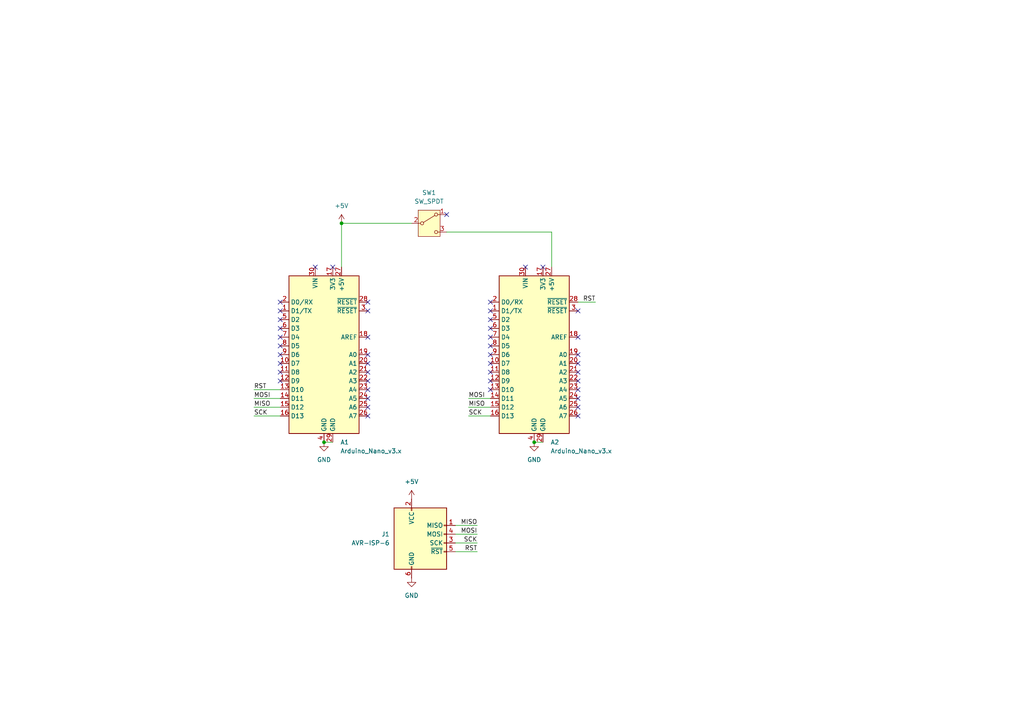
<source format=kicad_sch>
(kicad_sch
	(version 20231120)
	(generator "eeschema")
	(generator_version "8.0")
	(uuid "d1d5346c-2418-47b6-a69b-a0376c4e5ced")
	(paper "A4")
	(lib_symbols
		(symbol "Connector:AVR-ISP-6"
			(pin_names
				(offset 1.016)
			)
			(exclude_from_sim no)
			(in_bom yes)
			(on_board yes)
			(property "Reference" "J"
				(at -6.35 11.43 0)
				(effects
					(font
						(size 1.27 1.27)
					)
					(justify left)
				)
			)
			(property "Value" "AVR-ISP-6"
				(at 0 11.43 0)
				(effects
					(font
						(size 1.27 1.27)
					)
					(justify left)
				)
			)
			(property "Footprint" ""
				(at -6.35 1.27 90)
				(effects
					(font
						(size 1.27 1.27)
					)
					(hide yes)
				)
			)
			(property "Datasheet" " ~"
				(at -32.385 -13.97 0)
				(effects
					(font
						(size 1.27 1.27)
					)
					(hide yes)
				)
			)
			(property "Description" "Atmel 6-pin ISP connector"
				(at 0 0 0)
				(effects
					(font
						(size 1.27 1.27)
					)
					(hide yes)
				)
			)
			(property "ki_keywords" "AVR ISP Connector"
				(at 0 0 0)
				(effects
					(font
						(size 1.27 1.27)
					)
					(hide yes)
				)
			)
			(property "ki_fp_filters" "IDC?Header*2x03* Pin?Header*2x03*"
				(at 0 0 0)
				(effects
					(font
						(size 1.27 1.27)
					)
					(hide yes)
				)
			)
			(symbol "AVR-ISP-6_0_1"
				(rectangle
					(start -2.667 -6.858)
					(end -2.413 -7.62)
					(stroke
						(width 0)
						(type default)
					)
					(fill
						(type none)
					)
				)
				(rectangle
					(start -2.667 10.16)
					(end -2.413 9.398)
					(stroke
						(width 0)
						(type default)
					)
					(fill
						(type none)
					)
				)
				(rectangle
					(start 7.62 -2.413)
					(end 6.858 -2.667)
					(stroke
						(width 0)
						(type default)
					)
					(fill
						(type none)
					)
				)
				(rectangle
					(start 7.62 0.127)
					(end 6.858 -0.127)
					(stroke
						(width 0)
						(type default)
					)
					(fill
						(type none)
					)
				)
				(rectangle
					(start 7.62 2.667)
					(end 6.858 2.413)
					(stroke
						(width 0)
						(type default)
					)
					(fill
						(type none)
					)
				)
				(rectangle
					(start 7.62 5.207)
					(end 6.858 4.953)
					(stroke
						(width 0)
						(type default)
					)
					(fill
						(type none)
					)
				)
				(rectangle
					(start 7.62 10.16)
					(end -7.62 -7.62)
					(stroke
						(width 0.254)
						(type default)
					)
					(fill
						(type background)
					)
				)
			)
			(symbol "AVR-ISP-6_1_1"
				(pin passive line
					(at 10.16 5.08 180)
					(length 2.54)
					(name "MISO"
						(effects
							(font
								(size 1.27 1.27)
							)
						)
					)
					(number "1"
						(effects
							(font
								(size 1.27 1.27)
							)
						)
					)
				)
				(pin passive line
					(at -2.54 12.7 270)
					(length 2.54)
					(name "VCC"
						(effects
							(font
								(size 1.27 1.27)
							)
						)
					)
					(number "2"
						(effects
							(font
								(size 1.27 1.27)
							)
						)
					)
				)
				(pin passive line
					(at 10.16 0 180)
					(length 2.54)
					(name "SCK"
						(effects
							(font
								(size 1.27 1.27)
							)
						)
					)
					(number "3"
						(effects
							(font
								(size 1.27 1.27)
							)
						)
					)
				)
				(pin passive line
					(at 10.16 2.54 180)
					(length 2.54)
					(name "MOSI"
						(effects
							(font
								(size 1.27 1.27)
							)
						)
					)
					(number "4"
						(effects
							(font
								(size 1.27 1.27)
							)
						)
					)
				)
				(pin passive line
					(at 10.16 -2.54 180)
					(length 2.54)
					(name "~{RST}"
						(effects
							(font
								(size 1.27 1.27)
							)
						)
					)
					(number "5"
						(effects
							(font
								(size 1.27 1.27)
							)
						)
					)
				)
				(pin passive line
					(at -2.54 -10.16 90)
					(length 2.54)
					(name "GND"
						(effects
							(font
								(size 1.27 1.27)
							)
						)
					)
					(number "6"
						(effects
							(font
								(size 1.27 1.27)
							)
						)
					)
				)
			)
		)
		(symbol "MCU_Module:Arduino_Nano_v3.x"
			(exclude_from_sim no)
			(in_bom yes)
			(on_board yes)
			(property "Reference" "A"
				(at -10.16 23.495 0)
				(effects
					(font
						(size 1.27 1.27)
					)
					(justify left bottom)
				)
			)
			(property "Value" "Arduino_Nano_v3.x"
				(at 5.08 -24.13 0)
				(effects
					(font
						(size 1.27 1.27)
					)
					(justify left top)
				)
			)
			(property "Footprint" "Module:Arduino_Nano"
				(at 0 0 0)
				(effects
					(font
						(size 1.27 1.27)
						(italic yes)
					)
					(hide yes)
				)
			)
			(property "Datasheet" "http://www.mouser.com/pdfdocs/Gravitech_Arduino_Nano3_0.pdf"
				(at 0 0 0)
				(effects
					(font
						(size 1.27 1.27)
					)
					(hide yes)
				)
			)
			(property "Description" "Arduino Nano v3.x"
				(at 0 0 0)
				(effects
					(font
						(size 1.27 1.27)
					)
					(hide yes)
				)
			)
			(property "ki_keywords" "Arduino nano microcontroller module USB"
				(at 0 0 0)
				(effects
					(font
						(size 1.27 1.27)
					)
					(hide yes)
				)
			)
			(property "ki_fp_filters" "Arduino*Nano*"
				(at 0 0 0)
				(effects
					(font
						(size 1.27 1.27)
					)
					(hide yes)
				)
			)
			(symbol "Arduino_Nano_v3.x_0_1"
				(rectangle
					(start -10.16 22.86)
					(end 10.16 -22.86)
					(stroke
						(width 0.254)
						(type default)
					)
					(fill
						(type background)
					)
				)
			)
			(symbol "Arduino_Nano_v3.x_1_1"
				(pin bidirectional line
					(at -12.7 12.7 0)
					(length 2.54)
					(name "D1/TX"
						(effects
							(font
								(size 1.27 1.27)
							)
						)
					)
					(number "1"
						(effects
							(font
								(size 1.27 1.27)
							)
						)
					)
				)
				(pin bidirectional line
					(at -12.7 -2.54 0)
					(length 2.54)
					(name "D7"
						(effects
							(font
								(size 1.27 1.27)
							)
						)
					)
					(number "10"
						(effects
							(font
								(size 1.27 1.27)
							)
						)
					)
				)
				(pin bidirectional line
					(at -12.7 -5.08 0)
					(length 2.54)
					(name "D8"
						(effects
							(font
								(size 1.27 1.27)
							)
						)
					)
					(number "11"
						(effects
							(font
								(size 1.27 1.27)
							)
						)
					)
				)
				(pin bidirectional line
					(at -12.7 -7.62 0)
					(length 2.54)
					(name "D9"
						(effects
							(font
								(size 1.27 1.27)
							)
						)
					)
					(number "12"
						(effects
							(font
								(size 1.27 1.27)
							)
						)
					)
				)
				(pin bidirectional line
					(at -12.7 -10.16 0)
					(length 2.54)
					(name "D10"
						(effects
							(font
								(size 1.27 1.27)
							)
						)
					)
					(number "13"
						(effects
							(font
								(size 1.27 1.27)
							)
						)
					)
				)
				(pin bidirectional line
					(at -12.7 -12.7 0)
					(length 2.54)
					(name "D11"
						(effects
							(font
								(size 1.27 1.27)
							)
						)
					)
					(number "14"
						(effects
							(font
								(size 1.27 1.27)
							)
						)
					)
				)
				(pin bidirectional line
					(at -12.7 -15.24 0)
					(length 2.54)
					(name "D12"
						(effects
							(font
								(size 1.27 1.27)
							)
						)
					)
					(number "15"
						(effects
							(font
								(size 1.27 1.27)
							)
						)
					)
				)
				(pin bidirectional line
					(at -12.7 -17.78 0)
					(length 2.54)
					(name "D13"
						(effects
							(font
								(size 1.27 1.27)
							)
						)
					)
					(number "16"
						(effects
							(font
								(size 1.27 1.27)
							)
						)
					)
				)
				(pin power_out line
					(at 2.54 25.4 270)
					(length 2.54)
					(name "3V3"
						(effects
							(font
								(size 1.27 1.27)
							)
						)
					)
					(number "17"
						(effects
							(font
								(size 1.27 1.27)
							)
						)
					)
				)
				(pin input line
					(at 12.7 5.08 180)
					(length 2.54)
					(name "AREF"
						(effects
							(font
								(size 1.27 1.27)
							)
						)
					)
					(number "18"
						(effects
							(font
								(size 1.27 1.27)
							)
						)
					)
				)
				(pin bidirectional line
					(at 12.7 0 180)
					(length 2.54)
					(name "A0"
						(effects
							(font
								(size 1.27 1.27)
							)
						)
					)
					(number "19"
						(effects
							(font
								(size 1.27 1.27)
							)
						)
					)
				)
				(pin bidirectional line
					(at -12.7 15.24 0)
					(length 2.54)
					(name "D0/RX"
						(effects
							(font
								(size 1.27 1.27)
							)
						)
					)
					(number "2"
						(effects
							(font
								(size 1.27 1.27)
							)
						)
					)
				)
				(pin bidirectional line
					(at 12.7 -2.54 180)
					(length 2.54)
					(name "A1"
						(effects
							(font
								(size 1.27 1.27)
							)
						)
					)
					(number "20"
						(effects
							(font
								(size 1.27 1.27)
							)
						)
					)
				)
				(pin bidirectional line
					(at 12.7 -5.08 180)
					(length 2.54)
					(name "A2"
						(effects
							(font
								(size 1.27 1.27)
							)
						)
					)
					(number "21"
						(effects
							(font
								(size 1.27 1.27)
							)
						)
					)
				)
				(pin bidirectional line
					(at 12.7 -7.62 180)
					(length 2.54)
					(name "A3"
						(effects
							(font
								(size 1.27 1.27)
							)
						)
					)
					(number "22"
						(effects
							(font
								(size 1.27 1.27)
							)
						)
					)
				)
				(pin bidirectional line
					(at 12.7 -10.16 180)
					(length 2.54)
					(name "A4"
						(effects
							(font
								(size 1.27 1.27)
							)
						)
					)
					(number "23"
						(effects
							(font
								(size 1.27 1.27)
							)
						)
					)
				)
				(pin bidirectional line
					(at 12.7 -12.7 180)
					(length 2.54)
					(name "A5"
						(effects
							(font
								(size 1.27 1.27)
							)
						)
					)
					(number "24"
						(effects
							(font
								(size 1.27 1.27)
							)
						)
					)
				)
				(pin bidirectional line
					(at 12.7 -15.24 180)
					(length 2.54)
					(name "A6"
						(effects
							(font
								(size 1.27 1.27)
							)
						)
					)
					(number "25"
						(effects
							(font
								(size 1.27 1.27)
							)
						)
					)
				)
				(pin bidirectional line
					(at 12.7 -17.78 180)
					(length 2.54)
					(name "A7"
						(effects
							(font
								(size 1.27 1.27)
							)
						)
					)
					(number "26"
						(effects
							(font
								(size 1.27 1.27)
							)
						)
					)
				)
				(pin power_out line
					(at 5.08 25.4 270)
					(length 2.54)
					(name "+5V"
						(effects
							(font
								(size 1.27 1.27)
							)
						)
					)
					(number "27"
						(effects
							(font
								(size 1.27 1.27)
							)
						)
					)
				)
				(pin input line
					(at 12.7 15.24 180)
					(length 2.54)
					(name "~{RESET}"
						(effects
							(font
								(size 1.27 1.27)
							)
						)
					)
					(number "28"
						(effects
							(font
								(size 1.27 1.27)
							)
						)
					)
				)
				(pin power_in line
					(at 2.54 -25.4 90)
					(length 2.54)
					(name "GND"
						(effects
							(font
								(size 1.27 1.27)
							)
						)
					)
					(number "29"
						(effects
							(font
								(size 1.27 1.27)
							)
						)
					)
				)
				(pin input line
					(at 12.7 12.7 180)
					(length 2.54)
					(name "~{RESET}"
						(effects
							(font
								(size 1.27 1.27)
							)
						)
					)
					(number "3"
						(effects
							(font
								(size 1.27 1.27)
							)
						)
					)
				)
				(pin power_in line
					(at -2.54 25.4 270)
					(length 2.54)
					(name "VIN"
						(effects
							(font
								(size 1.27 1.27)
							)
						)
					)
					(number "30"
						(effects
							(font
								(size 1.27 1.27)
							)
						)
					)
				)
				(pin power_in line
					(at 0 -25.4 90)
					(length 2.54)
					(name "GND"
						(effects
							(font
								(size 1.27 1.27)
							)
						)
					)
					(number "4"
						(effects
							(font
								(size 1.27 1.27)
							)
						)
					)
				)
				(pin bidirectional line
					(at -12.7 10.16 0)
					(length 2.54)
					(name "D2"
						(effects
							(font
								(size 1.27 1.27)
							)
						)
					)
					(number "5"
						(effects
							(font
								(size 1.27 1.27)
							)
						)
					)
				)
				(pin bidirectional line
					(at -12.7 7.62 0)
					(length 2.54)
					(name "D3"
						(effects
							(font
								(size 1.27 1.27)
							)
						)
					)
					(number "6"
						(effects
							(font
								(size 1.27 1.27)
							)
						)
					)
				)
				(pin bidirectional line
					(at -12.7 5.08 0)
					(length 2.54)
					(name "D4"
						(effects
							(font
								(size 1.27 1.27)
							)
						)
					)
					(number "7"
						(effects
							(font
								(size 1.27 1.27)
							)
						)
					)
				)
				(pin bidirectional line
					(at -12.7 2.54 0)
					(length 2.54)
					(name "D5"
						(effects
							(font
								(size 1.27 1.27)
							)
						)
					)
					(number "8"
						(effects
							(font
								(size 1.27 1.27)
							)
						)
					)
				)
				(pin bidirectional line
					(at -12.7 0 0)
					(length 2.54)
					(name "D6"
						(effects
							(font
								(size 1.27 1.27)
							)
						)
					)
					(number "9"
						(effects
							(font
								(size 1.27 1.27)
							)
						)
					)
				)
			)
		)
		(symbol "Switch:SW_SPDT"
			(pin_names
				(offset 0) hide)
			(exclude_from_sim no)
			(in_bom yes)
			(on_board yes)
			(property "Reference" "SW"
				(at 0 5.08 0)
				(effects
					(font
						(size 1.27 1.27)
					)
				)
			)
			(property "Value" "SW_SPDT"
				(at 0 -5.08 0)
				(effects
					(font
						(size 1.27 1.27)
					)
				)
			)
			(property "Footprint" ""
				(at 0 0 0)
				(effects
					(font
						(size 1.27 1.27)
					)
					(hide yes)
				)
			)
			(property "Datasheet" "~"
				(at 0 -7.62 0)
				(effects
					(font
						(size 1.27 1.27)
					)
					(hide yes)
				)
			)
			(property "Description" "Switch, single pole double throw"
				(at 0 0 0)
				(effects
					(font
						(size 1.27 1.27)
					)
					(hide yes)
				)
			)
			(property "ki_keywords" "switch single-pole double-throw spdt ON-ON"
				(at 0 0 0)
				(effects
					(font
						(size 1.27 1.27)
					)
					(hide yes)
				)
			)
			(symbol "SW_SPDT_0_1"
				(circle
					(center -2.032 0)
					(radius 0.4572)
					(stroke
						(width 0)
						(type default)
					)
					(fill
						(type none)
					)
				)
				(polyline
					(pts
						(xy -1.651 0.254) (xy 1.651 2.286)
					)
					(stroke
						(width 0)
						(type default)
					)
					(fill
						(type none)
					)
				)
				(circle
					(center 2.032 -2.54)
					(radius 0.4572)
					(stroke
						(width 0)
						(type default)
					)
					(fill
						(type none)
					)
				)
				(circle
					(center 2.032 2.54)
					(radius 0.4572)
					(stroke
						(width 0)
						(type default)
					)
					(fill
						(type none)
					)
				)
			)
			(symbol "SW_SPDT_1_1"
				(rectangle
					(start -3.175 3.81)
					(end 3.175 -3.81)
					(stroke
						(width 0)
						(type default)
					)
					(fill
						(type background)
					)
				)
				(pin passive line
					(at 5.08 2.54 180)
					(length 2.54)
					(name "A"
						(effects
							(font
								(size 1.27 1.27)
							)
						)
					)
					(number "1"
						(effects
							(font
								(size 1.27 1.27)
							)
						)
					)
				)
				(pin passive line
					(at -5.08 0 0)
					(length 2.54)
					(name "B"
						(effects
							(font
								(size 1.27 1.27)
							)
						)
					)
					(number "2"
						(effects
							(font
								(size 1.27 1.27)
							)
						)
					)
				)
				(pin passive line
					(at 5.08 -2.54 180)
					(length 2.54)
					(name "C"
						(effects
							(font
								(size 1.27 1.27)
							)
						)
					)
					(number "3"
						(effects
							(font
								(size 1.27 1.27)
							)
						)
					)
				)
			)
		)
		(symbol "power:+5V"
			(power)
			(pin_numbers hide)
			(pin_names
				(offset 0) hide)
			(exclude_from_sim no)
			(in_bom yes)
			(on_board yes)
			(property "Reference" "#PWR"
				(at 0 -3.81 0)
				(effects
					(font
						(size 1.27 1.27)
					)
					(hide yes)
				)
			)
			(property "Value" "+5V"
				(at 0 3.556 0)
				(effects
					(font
						(size 1.27 1.27)
					)
				)
			)
			(property "Footprint" ""
				(at 0 0 0)
				(effects
					(font
						(size 1.27 1.27)
					)
					(hide yes)
				)
			)
			(property "Datasheet" ""
				(at 0 0 0)
				(effects
					(font
						(size 1.27 1.27)
					)
					(hide yes)
				)
			)
			(property "Description" "Power symbol creates a global label with name \"+5V\""
				(at 0 0 0)
				(effects
					(font
						(size 1.27 1.27)
					)
					(hide yes)
				)
			)
			(property "ki_keywords" "global power"
				(at 0 0 0)
				(effects
					(font
						(size 1.27 1.27)
					)
					(hide yes)
				)
			)
			(symbol "+5V_0_1"
				(polyline
					(pts
						(xy -0.762 1.27) (xy 0 2.54)
					)
					(stroke
						(width 0)
						(type default)
					)
					(fill
						(type none)
					)
				)
				(polyline
					(pts
						(xy 0 0) (xy 0 2.54)
					)
					(stroke
						(width 0)
						(type default)
					)
					(fill
						(type none)
					)
				)
				(polyline
					(pts
						(xy 0 2.54) (xy 0.762 1.27)
					)
					(stroke
						(width 0)
						(type default)
					)
					(fill
						(type none)
					)
				)
			)
			(symbol "+5V_1_1"
				(pin power_in line
					(at 0 0 90)
					(length 0)
					(name "~"
						(effects
							(font
								(size 1.27 1.27)
							)
						)
					)
					(number "1"
						(effects
							(font
								(size 1.27 1.27)
							)
						)
					)
				)
			)
		)
		(symbol "power:GND"
			(power)
			(pin_numbers hide)
			(pin_names
				(offset 0) hide)
			(exclude_from_sim no)
			(in_bom yes)
			(on_board yes)
			(property "Reference" "#PWR"
				(at 0 -6.35 0)
				(effects
					(font
						(size 1.27 1.27)
					)
					(hide yes)
				)
			)
			(property "Value" "GND"
				(at 0 -3.81 0)
				(effects
					(font
						(size 1.27 1.27)
					)
				)
			)
			(property "Footprint" ""
				(at 0 0 0)
				(effects
					(font
						(size 1.27 1.27)
					)
					(hide yes)
				)
			)
			(property "Datasheet" ""
				(at 0 0 0)
				(effects
					(font
						(size 1.27 1.27)
					)
					(hide yes)
				)
			)
			(property "Description" "Power symbol creates a global label with name \"GND\" , ground"
				(at 0 0 0)
				(effects
					(font
						(size 1.27 1.27)
					)
					(hide yes)
				)
			)
			(property "ki_keywords" "global power"
				(at 0 0 0)
				(effects
					(font
						(size 1.27 1.27)
					)
					(hide yes)
				)
			)
			(symbol "GND_0_1"
				(polyline
					(pts
						(xy 0 0) (xy 0 -1.27) (xy 1.27 -1.27) (xy 0 -2.54) (xy -1.27 -1.27) (xy 0 -1.27)
					)
					(stroke
						(width 0)
						(type default)
					)
					(fill
						(type none)
					)
				)
			)
			(symbol "GND_1_1"
				(pin power_in line
					(at 0 0 270)
					(length 0)
					(name "~"
						(effects
							(font
								(size 1.27 1.27)
							)
						)
					)
					(number "1"
						(effects
							(font
								(size 1.27 1.27)
							)
						)
					)
				)
			)
		)
	)
	(junction
		(at 154.94 128.27)
		(diameter 0)
		(color 0 0 0 0)
		(uuid "7bf09eb9-bea6-4609-8cac-84f463b4bc72")
	)
	(junction
		(at 93.98 128.27)
		(diameter 0)
		(color 0 0 0 0)
		(uuid "b17e7b59-e52f-4c1f-8a07-672ee12ff610")
	)
	(junction
		(at 99.06 64.77)
		(diameter 0)
		(color 0 0 0 0)
		(uuid "d55bc20f-b5da-460a-99f6-2b7e08d749bf")
	)
	(no_connect
		(at 81.28 105.41)
		(uuid "0114bb4b-aeba-40f9-addb-e6e4ab290830")
	)
	(no_connect
		(at 142.24 113.03)
		(uuid "0291adcc-53bb-429e-b734-976b3956a1d4")
	)
	(no_connect
		(at 129.54 62.23)
		(uuid "07d52a26-eb74-437e-8457-3b04b63322ae")
	)
	(no_connect
		(at 167.64 107.95)
		(uuid "0bd03bdf-b619-44fa-ada3-9387e764bdb9")
	)
	(no_connect
		(at 106.68 115.57)
		(uuid "0cf098fb-431f-49e5-9a5e-9d50db29292b")
	)
	(no_connect
		(at 167.64 113.03)
		(uuid "169d239b-f314-41af-8924-a8f9c3b0f505")
	)
	(no_connect
		(at 167.64 102.87)
		(uuid "242cf25e-ea78-4364-94e2-740bdcd62b1a")
	)
	(no_connect
		(at 167.64 120.65)
		(uuid "276a1eba-37d5-4d1c-b3bb-b15bcb71b811")
	)
	(no_connect
		(at 142.24 100.33)
		(uuid "2ac4c18e-5cca-4e52-ae6b-756345ed02db")
	)
	(no_connect
		(at 142.24 102.87)
		(uuid "3a157d84-0ada-4771-b5ef-a2748840389e")
	)
	(no_connect
		(at 106.68 102.87)
		(uuid "49499824-c138-4f04-a904-c780bf1043e5")
	)
	(no_connect
		(at 106.68 90.17)
		(uuid "50d92f02-e055-4ec6-b3f0-068d535f1e7b")
	)
	(no_connect
		(at 152.4 77.47)
		(uuid "51b30fc5-6ebf-43bd-ae62-07ee75013a28")
	)
	(no_connect
		(at 81.28 102.87)
		(uuid "5bbea137-785e-4a23-b4e6-2c95d79ddb21")
	)
	(no_connect
		(at 91.44 77.47)
		(uuid "64decc03-cc91-4616-972c-f71d845b4433")
	)
	(no_connect
		(at 142.24 107.95)
		(uuid "6ddd1241-6f96-4471-b7ef-3e70499fe54c")
	)
	(no_connect
		(at 167.64 115.57)
		(uuid "6ee473c7-24e9-4af0-9112-34710726a97d")
	)
	(no_connect
		(at 142.24 90.17)
		(uuid "6f1b8a7d-229c-4f0f-b610-0c32de527abd")
	)
	(no_connect
		(at 167.64 97.79)
		(uuid "7464ccb8-1fdb-4909-8193-7773c18729b7")
	)
	(no_connect
		(at 81.28 90.17)
		(uuid "74d339d4-c7c6-41c5-926a-02ac6c0cf168")
	)
	(no_connect
		(at 142.24 105.41)
		(uuid "7a597e9f-ae4d-414b-b269-9487c99847eb")
	)
	(no_connect
		(at 106.68 118.11)
		(uuid "9c51ef6b-2bd5-4315-89ba-1fc4af09212c")
	)
	(no_connect
		(at 81.28 95.25)
		(uuid "9d939497-8616-47d3-9877-59254df28081")
	)
	(no_connect
		(at 142.24 92.71)
		(uuid "a125404b-6131-4b57-bc49-82aa7a6e5f28")
	)
	(no_connect
		(at 167.64 118.11)
		(uuid "ae0c69f3-506b-4333-bcab-29d3b2547402")
	)
	(no_connect
		(at 106.68 97.79)
		(uuid "b47e304e-51a5-429a-bb6b-7c9a4dc4c21c")
	)
	(no_connect
		(at 81.28 97.79)
		(uuid "b6d1eaef-d0fd-4fe8-9681-8cebbdaaa480")
	)
	(no_connect
		(at 81.28 92.71)
		(uuid "b8524662-29a1-4a8f-af8d-b08e3e2d4036")
	)
	(no_connect
		(at 167.64 105.41)
		(uuid "bcd44a66-9e2b-4d32-b86d-09f3a0e2114e")
	)
	(no_connect
		(at 167.64 110.49)
		(uuid "c0cfb28a-e570-440f-b1d5-7cd0374d6c07")
	)
	(no_connect
		(at 142.24 110.49)
		(uuid "c15b2044-fde8-443d-b0b0-e78c5f8f6449")
	)
	(no_connect
		(at 106.68 105.41)
		(uuid "c23e7e6f-c306-4a6d-964d-8205d913aab4")
	)
	(no_connect
		(at 81.28 100.33)
		(uuid "c36f0e92-0d61-4a90-8e46-9c7227adde2f")
	)
	(no_connect
		(at 142.24 97.79)
		(uuid "cd5a2f02-84fc-43a8-9427-2ee87066b00b")
	)
	(no_connect
		(at 106.68 120.65)
		(uuid "cd759235-7f05-48f2-a531-9e51ed9c2485")
	)
	(no_connect
		(at 81.28 107.95)
		(uuid "ce82ef77-3133-4ef7-842c-b0bd3304e059")
	)
	(no_connect
		(at 81.28 87.63)
		(uuid "cfbb5263-22af-4857-9c0f-f4b0ce7329c8")
	)
	(no_connect
		(at 142.24 95.25)
		(uuid "cfc1cd3e-6937-433d-8534-8291f6cf1d4d")
	)
	(no_connect
		(at 106.68 107.95)
		(uuid "d0e01ab2-1333-433f-8764-4973bc845364")
	)
	(no_connect
		(at 96.52 77.47)
		(uuid "d7d96729-9d7d-4257-bd64-7c940dc2b04b")
	)
	(no_connect
		(at 106.68 113.03)
		(uuid "ddaa4884-e364-4547-a9fb-d5ea24f256e1")
	)
	(no_connect
		(at 106.68 87.63)
		(uuid "deb8ad28-1147-4a64-a0fe-48ca37550994")
	)
	(no_connect
		(at 167.64 90.17)
		(uuid "ee1705c9-a9e0-4123-91cb-48db794f0492")
	)
	(no_connect
		(at 157.48 77.47)
		(uuid "ee24f11e-e5f1-421b-967b-dc1e355e9368")
	)
	(no_connect
		(at 106.68 110.49)
		(uuid "f0460ebf-7e2d-45df-b6b5-1627acde04e1")
	)
	(no_connect
		(at 81.28 110.49)
		(uuid "f3880760-5b30-4626-b4d6-b25ab6a73130")
	)
	(no_connect
		(at 142.24 87.63)
		(uuid "f74e15be-093b-4f08-9d7d-2ee7d7126b48")
	)
	(wire
		(pts
			(xy 129.54 67.31) (xy 160.02 67.31)
		)
		(stroke
			(width 0)
			(type default)
		)
		(uuid "14a85d3d-ab0f-49ac-8033-644fafb9803d")
	)
	(wire
		(pts
			(xy 132.08 152.4) (xy 138.43 152.4)
		)
		(stroke
			(width 0)
			(type default)
		)
		(uuid "2a5024ac-550d-4733-8c25-53c012b091d7")
	)
	(wire
		(pts
			(xy 99.06 77.47) (xy 99.06 64.77)
		)
		(stroke
			(width 0)
			(type default)
		)
		(uuid "35761bbd-5eb8-45a0-909f-867573d28791")
	)
	(wire
		(pts
			(xy 93.98 128.27) (xy 96.52 128.27)
		)
		(stroke
			(width 0)
			(type default)
		)
		(uuid "51408d5c-f30f-4371-bb39-3a13bb98dcc8")
	)
	(wire
		(pts
			(xy 135.89 120.65) (xy 142.24 120.65)
		)
		(stroke
			(width 0)
			(type default)
		)
		(uuid "56d4ce00-b830-42e7-947c-fac5ded296ed")
	)
	(wire
		(pts
			(xy 99.06 64.77) (xy 119.38 64.77)
		)
		(stroke
			(width 0)
			(type default)
		)
		(uuid "5e945834-8ca9-4f8f-8b73-f265896aa1e7")
	)
	(wire
		(pts
			(xy 154.94 128.27) (xy 157.48 128.27)
		)
		(stroke
			(width 0)
			(type default)
		)
		(uuid "611cd7dd-41b1-49fc-af37-7d382fef40c5")
	)
	(wire
		(pts
			(xy 135.89 118.11) (xy 142.24 118.11)
		)
		(stroke
			(width 0)
			(type default)
		)
		(uuid "880d7d15-9197-48a9-8518-58a9c6a603bb")
	)
	(wire
		(pts
			(xy 167.64 87.63) (xy 172.72 87.63)
		)
		(stroke
			(width 0)
			(type default)
		)
		(uuid "881595fa-67c7-4367-9044-4ce4b106b7ad")
	)
	(wire
		(pts
			(xy 135.89 115.57) (xy 142.24 115.57)
		)
		(stroke
			(width 0)
			(type default)
		)
		(uuid "a56a53cb-1202-4747-9ae5-b5237676cb87")
	)
	(wire
		(pts
			(xy 73.66 118.11) (xy 81.28 118.11)
		)
		(stroke
			(width 0)
			(type default)
		)
		(uuid "a5bd0b55-be76-408c-a02b-331560133272")
	)
	(wire
		(pts
			(xy 132.08 157.48) (xy 138.43 157.48)
		)
		(stroke
			(width 0)
			(type default)
		)
		(uuid "bd959c63-8e47-446f-a535-8510dc0f89c6")
	)
	(wire
		(pts
			(xy 73.66 120.65) (xy 81.28 120.65)
		)
		(stroke
			(width 0)
			(type default)
		)
		(uuid "bdbaba38-b166-4ce3-8a11-6d9a3eeb22c7")
	)
	(wire
		(pts
			(xy 73.66 113.03) (xy 81.28 113.03)
		)
		(stroke
			(width 0)
			(type default)
		)
		(uuid "cdb5893a-d75c-4729-88c7-74bd666b6be3")
	)
	(wire
		(pts
			(xy 73.66 115.57) (xy 81.28 115.57)
		)
		(stroke
			(width 0)
			(type default)
		)
		(uuid "d78da22b-a443-4847-bf09-b6696c452ebd")
	)
	(wire
		(pts
			(xy 132.08 154.94) (xy 138.43 154.94)
		)
		(stroke
			(width 0)
			(type default)
		)
		(uuid "df7d77eb-6753-4d35-96f8-1e458fb02787")
	)
	(wire
		(pts
			(xy 160.02 67.31) (xy 160.02 77.47)
		)
		(stroke
			(width 0)
			(type default)
		)
		(uuid "e116d1b4-65bf-46c6-9899-fa93872143e2")
	)
	(wire
		(pts
			(xy 132.08 160.02) (xy 138.43 160.02)
		)
		(stroke
			(width 0)
			(type default)
		)
		(uuid "e977cef9-3ddc-4002-8b94-831a16e0818d")
	)
	(label "MISO"
		(at 138.43 152.4 180)
		(fields_autoplaced yes)
		(effects
			(font
				(size 1.27 1.27)
			)
			(justify right bottom)
		)
		(uuid "0517b636-6d57-483e-bf61-e17418c8e137")
	)
	(label "RST"
		(at 138.43 160.02 180)
		(fields_autoplaced yes)
		(effects
			(font
				(size 1.27 1.27)
			)
			(justify right bottom)
		)
		(uuid "0d74ca42-512f-41fc-8e5c-37ff12c9d721")
	)
	(label "MOSI"
		(at 73.66 115.57 0)
		(fields_autoplaced yes)
		(effects
			(font
				(size 1.27 1.27)
			)
			(justify left bottom)
		)
		(uuid "29b3b3d2-703e-4a0a-888b-f40d1e95edfc")
	)
	(label "SCK"
		(at 138.43 157.48 180)
		(fields_autoplaced yes)
		(effects
			(font
				(size 1.27 1.27)
			)
			(justify right bottom)
		)
		(uuid "42264406-3972-444b-b72e-c52ced1efb62")
	)
	(label "MISO"
		(at 73.66 118.11 0)
		(fields_autoplaced yes)
		(effects
			(font
				(size 1.27 1.27)
			)
			(justify left bottom)
		)
		(uuid "51634194-8260-4d9d-9361-a7fa98e87cfe")
	)
	(label "MISO"
		(at 135.89 118.11 0)
		(fields_autoplaced yes)
		(effects
			(font
				(size 1.27 1.27)
			)
			(justify left bottom)
		)
		(uuid "5a93a9c9-5c4c-4930-94b8-dd0aee8c66ff")
	)
	(label "SCK"
		(at 135.89 120.65 0)
		(fields_autoplaced yes)
		(effects
			(font
				(size 1.27 1.27)
			)
			(justify left bottom)
		)
		(uuid "61ad5be2-8c40-4149-8912-e9bee670cc8d")
	)
	(label "RST"
		(at 172.72 87.63 180)
		(fields_autoplaced yes)
		(effects
			(font
				(size 1.27 1.27)
			)
			(justify right bottom)
		)
		(uuid "8582104b-79ed-4d6f-b421-7a225840d419")
	)
	(label "MOSI"
		(at 138.43 154.94 180)
		(fields_autoplaced yes)
		(effects
			(font
				(size 1.27 1.27)
			)
			(justify right bottom)
		)
		(uuid "c1a50569-16ca-4572-b486-2e3f5ce02860")
	)
	(label "MOSI"
		(at 135.89 115.57 0)
		(fields_autoplaced yes)
		(effects
			(font
				(size 1.27 1.27)
			)
			(justify left bottom)
		)
		(uuid "d558568b-4862-4d3c-ac53-fe687a3b2027")
	)
	(label "RST"
		(at 73.66 113.03 0)
		(fields_autoplaced yes)
		(effects
			(font
				(size 1.27 1.27)
			)
			(justify left bottom)
		)
		(uuid "e30bb061-c361-495f-8bd3-a7305de1d8d7")
	)
	(label "SCK"
		(at 73.66 120.65 0)
		(fields_autoplaced yes)
		(effects
			(font
				(size 1.27 1.27)
			)
			(justify left bottom)
		)
		(uuid "e97cb07c-89e2-4fb8-924e-359b5ff17094")
	)
	(symbol
		(lib_id "Switch:SW_SPDT")
		(at 124.46 64.77 0)
		(unit 1)
		(exclude_from_sim no)
		(in_bom yes)
		(on_board yes)
		(dnp no)
		(fields_autoplaced yes)
		(uuid "178d40b0-b69e-4e90-97e2-dde5999245cc")
		(property "Reference" "SW1"
			(at 124.46 55.88 0)
			(effects
				(font
					(size 1.27 1.27)
				)
			)
		)
		(property "Value" "SW_SPDT"
			(at 124.46 58.42 0)
			(effects
				(font
					(size 1.27 1.27)
				)
			)
		)
		(property "Footprint" "Connector_PinHeader_2.54mm:PinHeader_1x03_P2.54mm_Vertical"
			(at 124.46 64.77 0)
			(effects
				(font
					(size 1.27 1.27)
				)
				(hide yes)
			)
		)
		(property "Datasheet" "~"
			(at 124.46 72.39 0)
			(effects
				(font
					(size 1.27 1.27)
				)
				(hide yes)
			)
		)
		(property "Description" "Switch, single pole double throw"
			(at 124.46 64.77 0)
			(effects
				(font
					(size 1.27 1.27)
				)
				(hide yes)
			)
		)
		(pin "3"
			(uuid "9e56c3c8-863c-4b1a-9189-5b3deb54f37c")
		)
		(pin "1"
			(uuid "324d0699-0b9f-4541-985e-0123c60fa5b9")
		)
		(pin "2"
			(uuid "0e2605f5-05f3-467c-bf46-7c823797e01e")
		)
		(instances
			(project "nano-programmer"
				(path "/d1d5346c-2418-47b6-a69b-a0376c4e5ced"
					(reference "SW1")
					(unit 1)
				)
			)
		)
	)
	(symbol
		(lib_id "power:GND")
		(at 154.94 128.27 0)
		(unit 1)
		(exclude_from_sim no)
		(in_bom yes)
		(on_board yes)
		(dnp no)
		(fields_autoplaced yes)
		(uuid "2cd00e45-31ba-4303-9cdf-d87637d03820")
		(property "Reference" "#PWR02"
			(at 154.94 134.62 0)
			(effects
				(font
					(size 1.27 1.27)
				)
				(hide yes)
			)
		)
		(property "Value" "GND"
			(at 154.94 133.35 0)
			(effects
				(font
					(size 1.27 1.27)
				)
			)
		)
		(property "Footprint" ""
			(at 154.94 128.27 0)
			(effects
				(font
					(size 1.27 1.27)
				)
				(hide yes)
			)
		)
		(property "Datasheet" ""
			(at 154.94 128.27 0)
			(effects
				(font
					(size 1.27 1.27)
				)
				(hide yes)
			)
		)
		(property "Description" "Power symbol creates a global label with name \"GND\" , ground"
			(at 154.94 128.27 0)
			(effects
				(font
					(size 1.27 1.27)
				)
				(hide yes)
			)
		)
		(pin "1"
			(uuid "1daf4d19-21c4-4512-adb6-ae7992d3ba5c")
		)
		(instances
			(project "nano-programmer"
				(path "/d1d5346c-2418-47b6-a69b-a0376c4e5ced"
					(reference "#PWR02")
					(unit 1)
				)
			)
		)
	)
	(symbol
		(lib_id "power:+5V")
		(at 99.06 64.77 0)
		(unit 1)
		(exclude_from_sim no)
		(in_bom yes)
		(on_board yes)
		(dnp no)
		(fields_autoplaced yes)
		(uuid "2ee401db-e54a-4ec5-b0d3-81faea31e308")
		(property "Reference" "#PWR03"
			(at 99.06 68.58 0)
			(effects
				(font
					(size 1.27 1.27)
				)
				(hide yes)
			)
		)
		(property "Value" "+5V"
			(at 99.06 59.69 0)
			(effects
				(font
					(size 1.27 1.27)
				)
			)
		)
		(property "Footprint" ""
			(at 99.06 64.77 0)
			(effects
				(font
					(size 1.27 1.27)
				)
				(hide yes)
			)
		)
		(property "Datasheet" ""
			(at 99.06 64.77 0)
			(effects
				(font
					(size 1.27 1.27)
				)
				(hide yes)
			)
		)
		(property "Description" "Power symbol creates a global label with name \"+5V\""
			(at 99.06 64.77 0)
			(effects
				(font
					(size 1.27 1.27)
				)
				(hide yes)
			)
		)
		(pin "1"
			(uuid "519bcdfa-41b9-47a7-a102-977d78ed5983")
		)
		(instances
			(project "nano-programmer"
				(path "/d1d5346c-2418-47b6-a69b-a0376c4e5ced"
					(reference "#PWR03")
					(unit 1)
				)
			)
		)
	)
	(symbol
		(lib_id "MCU_Module:Arduino_Nano_v3.x")
		(at 93.98 102.87 0)
		(unit 1)
		(exclude_from_sim no)
		(in_bom yes)
		(on_board yes)
		(dnp no)
		(fields_autoplaced yes)
		(uuid "47cc797d-0b5c-416f-baaa-caa91a22b465")
		(property "Reference" "A1"
			(at 98.7141 128.27 0)
			(effects
				(font
					(size 1.27 1.27)
				)
				(justify left)
			)
		)
		(property "Value" "Arduino_Nano_v3.x"
			(at 98.7141 130.81 0)
			(effects
				(font
					(size 1.27 1.27)
				)
				(justify left)
			)
		)
		(property "Footprint" "Module:Arduino_Nano"
			(at 93.98 102.87 0)
			(effects
				(font
					(size 1.27 1.27)
					(italic yes)
				)
				(hide yes)
			)
		)
		(property "Datasheet" "http://www.mouser.com/pdfdocs/Gravitech_Arduino_Nano3_0.pdf"
			(at 93.98 102.87 0)
			(effects
				(font
					(size 1.27 1.27)
				)
				(hide yes)
			)
		)
		(property "Description" "Arduino Nano v3.x"
			(at 93.98 102.87 0)
			(effects
				(font
					(size 1.27 1.27)
				)
				(hide yes)
			)
		)
		(pin "8"
			(uuid "de209151-d737-4ce7-9103-e85eb51925ad")
		)
		(pin "12"
			(uuid "b7a405b7-ef55-4e80-9ecc-b7e5c6c0578f")
		)
		(pin "9"
			(uuid "501b3aa2-5140-4c05-9ef1-1a02fd3aa368")
		)
		(pin "21"
			(uuid "6fff3349-2087-4e96-9e07-038f7f59926c")
		)
		(pin "2"
			(uuid "21fb8547-e59b-4e3d-b250-2e5a6692c7b0")
		)
		(pin "26"
			(uuid "0b95ec27-6671-427c-8b63-537a6d1d9b1c")
		)
		(pin "3"
			(uuid "289eefd7-71ce-4040-9760-2011d7ff58ca")
		)
		(pin "17"
			(uuid "e91f672b-b08f-46fc-b591-25bac38e35a8")
		)
		(pin "1"
			(uuid "2c08a6fb-fbea-48d2-afeb-8341cbbc1c47")
		)
		(pin "19"
			(uuid "dca00a0a-5a06-4feb-87da-3742818351f6")
		)
		(pin "13"
			(uuid "4ed814dc-edd6-4e7e-802e-c0c103c11c26")
		)
		(pin "22"
			(uuid "fc8a4bf5-bf77-44d0-8198-2d26dd56d475")
		)
		(pin "7"
			(uuid "c797c3c0-93aa-490b-82a2-f1d974bdc309")
		)
		(pin "14"
			(uuid "07bb5e3d-eec3-427b-99af-52bb459872f1")
		)
		(pin "10"
			(uuid "0bcc1865-9fc2-4522-b170-98f14c27fa3b")
		)
		(pin "11"
			(uuid "13761c3b-8d21-4ec3-ace7-fd29c1bc60b8")
		)
		(pin "6"
			(uuid "bba67b47-1ff8-48cc-9e42-1578db24db1c")
		)
		(pin "18"
			(uuid "80e9beb6-bcf2-458a-9a56-cca4304dcd68")
		)
		(pin "29"
			(uuid "8a52ae46-c1b6-4796-8fcc-f291062a950b")
		)
		(pin "27"
			(uuid "839aa965-76bd-4986-b9f9-52d1ff5f09fd")
		)
		(pin "23"
			(uuid "14ba1d03-609d-4e23-919c-1bac337ba28e")
		)
		(pin "25"
			(uuid "9915b1ae-cf81-4472-b6b4-d7bb8ef1e212")
		)
		(pin "15"
			(uuid "b137c69d-5e17-44a0-b767-205d24047b5e")
		)
		(pin "16"
			(uuid "865ae0f0-6e4d-447e-980a-87b5198e7053")
		)
		(pin "24"
			(uuid "d237e9fa-3128-4c52-8deb-6c47f05028b9")
		)
		(pin "28"
			(uuid "6a11dccb-ad2f-4ea8-bd9f-f6565519efc4")
		)
		(pin "20"
			(uuid "faf12363-5f9c-42f8-892a-2022ba94b767")
		)
		(pin "4"
			(uuid "df93f59c-82ec-4ee5-95f6-bb03c383ccb4")
		)
		(pin "5"
			(uuid "02a0d3e9-3b7f-4489-be45-b66b3a0e0c97")
		)
		(pin "30"
			(uuid "f42389cf-2d43-4e3f-8675-52abf5b76478")
		)
		(instances
			(project "nano-programmer"
				(path "/d1d5346c-2418-47b6-a69b-a0376c4e5ced"
					(reference "A1")
					(unit 1)
				)
			)
		)
	)
	(symbol
		(lib_id "power:+5V")
		(at 119.38 144.78 0)
		(unit 1)
		(exclude_from_sim no)
		(in_bom yes)
		(on_board yes)
		(dnp no)
		(fields_autoplaced yes)
		(uuid "4dda1c53-fec8-48b1-8217-d929c474f40f")
		(property "Reference" "#PWR04"
			(at 119.38 148.59 0)
			(effects
				(font
					(size 1.27 1.27)
				)
				(hide yes)
			)
		)
		(property "Value" "+5V"
			(at 119.38 139.7 0)
			(effects
				(font
					(size 1.27 1.27)
				)
			)
		)
		(property "Footprint" ""
			(at 119.38 144.78 0)
			(effects
				(font
					(size 1.27 1.27)
				)
				(hide yes)
			)
		)
		(property "Datasheet" ""
			(at 119.38 144.78 0)
			(effects
				(font
					(size 1.27 1.27)
				)
				(hide yes)
			)
		)
		(property "Description" "Power symbol creates a global label with name \"+5V\""
			(at 119.38 144.78 0)
			(effects
				(font
					(size 1.27 1.27)
				)
				(hide yes)
			)
		)
		(pin "1"
			(uuid "33c1b456-0095-45b0-b714-8d8aac12b2f2")
		)
		(instances
			(project "nano-programmer"
				(path "/d1d5346c-2418-47b6-a69b-a0376c4e5ced"
					(reference "#PWR04")
					(unit 1)
				)
			)
		)
	)
	(symbol
		(lib_id "power:GND")
		(at 119.38 167.64 0)
		(unit 1)
		(exclude_from_sim no)
		(in_bom yes)
		(on_board yes)
		(dnp no)
		(fields_autoplaced yes)
		(uuid "6e96c075-ecae-4dbb-8810-aaf32c65f513")
		(property "Reference" "#PWR05"
			(at 119.38 173.99 0)
			(effects
				(font
					(size 1.27 1.27)
				)
				(hide yes)
			)
		)
		(property "Value" "GND"
			(at 119.38 172.72 0)
			(effects
				(font
					(size 1.27 1.27)
				)
			)
		)
		(property "Footprint" ""
			(at 119.38 167.64 0)
			(effects
				(font
					(size 1.27 1.27)
				)
				(hide yes)
			)
		)
		(property "Datasheet" ""
			(at 119.38 167.64 0)
			(effects
				(font
					(size 1.27 1.27)
				)
				(hide yes)
			)
		)
		(property "Description" "Power symbol creates a global label with name \"GND\" , ground"
			(at 119.38 167.64 0)
			(effects
				(font
					(size 1.27 1.27)
				)
				(hide yes)
			)
		)
		(pin "1"
			(uuid "1175ccf4-340e-46b9-9e0c-3697cffe73b5")
		)
		(instances
			(project "nano-programmer"
				(path "/d1d5346c-2418-47b6-a69b-a0376c4e5ced"
					(reference "#PWR05")
					(unit 1)
				)
			)
		)
	)
	(symbol
		(lib_id "power:GND")
		(at 93.98 128.27 0)
		(unit 1)
		(exclude_from_sim no)
		(in_bom yes)
		(on_board yes)
		(dnp no)
		(fields_autoplaced yes)
		(uuid "ab88bfc0-d433-4066-a1c5-91d6f8bc1b57")
		(property "Reference" "#PWR01"
			(at 93.98 134.62 0)
			(effects
				(font
					(size 1.27 1.27)
				)
				(hide yes)
			)
		)
		(property "Value" "GND"
			(at 93.98 133.35 0)
			(effects
				(font
					(size 1.27 1.27)
				)
			)
		)
		(property "Footprint" ""
			(at 93.98 128.27 0)
			(effects
				(font
					(size 1.27 1.27)
				)
				(hide yes)
			)
		)
		(property "Datasheet" ""
			(at 93.98 128.27 0)
			(effects
				(font
					(size 1.27 1.27)
				)
				(hide yes)
			)
		)
		(property "Description" "Power symbol creates a global label with name \"GND\" , ground"
			(at 93.98 128.27 0)
			(effects
				(font
					(size 1.27 1.27)
				)
				(hide yes)
			)
		)
		(pin "1"
			(uuid "7f2788f9-a2a5-4c18-bb0f-44d137782323")
		)
		(instances
			(project "nano-programmer"
				(path "/d1d5346c-2418-47b6-a69b-a0376c4e5ced"
					(reference "#PWR01")
					(unit 1)
				)
			)
		)
	)
	(symbol
		(lib_id "Connector:AVR-ISP-6")
		(at 121.92 157.48 0)
		(unit 1)
		(exclude_from_sim no)
		(in_bom yes)
		(on_board yes)
		(dnp no)
		(fields_autoplaced yes)
		(uuid "f09f5ae6-f8ad-4740-bcdd-295afc71a17c")
		(property "Reference" "J1"
			(at 113.03 154.9399 0)
			(effects
				(font
					(size 1.27 1.27)
				)
				(justify right)
			)
		)
		(property "Value" "AVR-ISP-6"
			(at 113.03 157.4799 0)
			(effects
				(font
					(size 1.27 1.27)
				)
				(justify right)
			)
		)
		(property "Footprint" "Connector_IDC:IDC-Header_2x03_P2.54mm_Vertical"
			(at 115.57 156.21 90)
			(effects
				(font
					(size 1.27 1.27)
				)
				(hide yes)
			)
		)
		(property "Datasheet" " ~"
			(at 89.535 171.45 0)
			(effects
				(font
					(size 1.27 1.27)
				)
				(hide yes)
			)
		)
		(property "Description" "Atmel 6-pin ISP connector"
			(at 121.92 157.48 0)
			(effects
				(font
					(size 1.27 1.27)
				)
				(hide yes)
			)
		)
		(pin "6"
			(uuid "43b4c1f7-2656-4fa6-a733-05c3204a390e")
		)
		(pin "5"
			(uuid "b30e99ad-5a99-4d78-a7b2-7edefe47f4bf")
		)
		(pin "3"
			(uuid "1ca8e262-b2e7-4833-8de7-3cf9c9149671")
		)
		(pin "1"
			(uuid "cdc5e4c8-f642-42b9-b5ae-32be7aeeca8e")
		)
		(pin "4"
			(uuid "a748130b-a676-4a21-a5ac-4f01f8408136")
		)
		(pin "2"
			(uuid "0c59a7c2-b008-401f-9d95-cc9d0ced4d56")
		)
		(instances
			(project "nano-programmer"
				(path "/d1d5346c-2418-47b6-a69b-a0376c4e5ced"
					(reference "J1")
					(unit 1)
				)
			)
		)
	)
	(symbol
		(lib_id "MCU_Module:Arduino_Nano_v3.x")
		(at 154.94 102.87 0)
		(unit 1)
		(exclude_from_sim no)
		(in_bom yes)
		(on_board yes)
		(dnp no)
		(fields_autoplaced yes)
		(uuid "feec3596-b327-48e8-b265-3766bc0629c3")
		(property "Reference" "A2"
			(at 159.6741 128.27 0)
			(effects
				(font
					(size 1.27 1.27)
				)
				(justify left)
			)
		)
		(property "Value" "Arduino_Nano_v3.x"
			(at 159.6741 130.81 0)
			(effects
				(font
					(size 1.27 1.27)
				)
				(justify left)
			)
		)
		(property "Footprint" "Module:Arduino_Nano"
			(at 154.94 102.87 0)
			(effects
				(font
					(size 1.27 1.27)
					(italic yes)
				)
				(hide yes)
			)
		)
		(property "Datasheet" "http://www.mouser.com/pdfdocs/Gravitech_Arduino_Nano3_0.pdf"
			(at 154.94 102.87 0)
			(effects
				(font
					(size 1.27 1.27)
				)
				(hide yes)
			)
		)
		(property "Description" "Arduino Nano v3.x"
			(at 154.94 102.87 0)
			(effects
				(font
					(size 1.27 1.27)
				)
				(hide yes)
			)
		)
		(pin "8"
			(uuid "e7684a59-0256-4237-ad43-7902486638da")
		)
		(pin "12"
			(uuid "ff1e4d91-5a86-49cf-8a17-cde06d59f02f")
		)
		(pin "9"
			(uuid "1469f3ac-3009-46d6-a096-5359422c3a20")
		)
		(pin "21"
			(uuid "c16771e9-090d-499d-a5ff-af8ed412a8df")
		)
		(pin "2"
			(uuid "cce05957-a8e5-4807-9ab1-7b8817c5e823")
		)
		(pin "26"
			(uuid "2837d317-1c08-406c-9941-134031bab7d0")
		)
		(pin "3"
			(uuid "347ea0c2-c6cf-4d9f-a5e9-0a433f599926")
		)
		(pin "17"
			(uuid "e400354a-53db-4a0d-8ba1-a7ea414fdd77")
		)
		(pin "1"
			(uuid "e0eda4a6-e483-49f0-a67e-c2adfcc54e23")
		)
		(pin "19"
			(uuid "e47e8bdf-abc3-4751-8c0c-ebb7bfb5d9a8")
		)
		(pin "13"
			(uuid "82731cd2-c22c-4bd2-8dfb-861138620bda")
		)
		(pin "22"
			(uuid "7e75ccee-8f99-474e-82be-63fd1428e186")
		)
		(pin "7"
			(uuid "5a755276-ecc8-4fdf-ae1e-b4c3c21d9079")
		)
		(pin "14"
			(uuid "7f767da3-e8f8-4f8e-bb24-df02113909cf")
		)
		(pin "10"
			(uuid "877acb38-1084-4950-95f2-189b697d3a05")
		)
		(pin "11"
			(uuid "b8e70b83-8ae0-45cb-9e29-0779ee46acf4")
		)
		(pin "6"
			(uuid "27c3b9fc-1abb-48bd-959a-9e61e8f3eb6b")
		)
		(pin "18"
			(uuid "22021f79-7447-4743-94e4-2e21b9e989fb")
		)
		(pin "29"
			(uuid "f4594dfc-ed1d-435f-8c02-2826e841ba35")
		)
		(pin "27"
			(uuid "256bf34f-4680-48bb-ba79-9fb0ce4312a1")
		)
		(pin "23"
			(uuid "1e4775c6-6b23-401f-8648-d5f956de2e05")
		)
		(pin "25"
			(uuid "e4740dc0-5a98-4e8f-804f-143ff6f886e2")
		)
		(pin "15"
			(uuid "f4240809-0e99-48e2-a60d-ee28b16439b5")
		)
		(pin "16"
			(uuid "599a1286-a63f-477c-a212-46139061d8b5")
		)
		(pin "24"
			(uuid "ee63a56a-e948-4e65-8e39-23de97206544")
		)
		(pin "28"
			(uuid "d149ad7b-a1b9-46ef-aab7-108d9314c780")
		)
		(pin "20"
			(uuid "468dde3e-31a9-4f9f-abf2-0117dd459e4d")
		)
		(pin "4"
			(uuid "8273b7cb-0cfa-42dc-ad98-03ed89ade8c0")
		)
		(pin "5"
			(uuid "e3fda50f-43c2-40be-9212-fd7be36c9143")
		)
		(pin "30"
			(uuid "8273c264-a0b3-4a97-b381-747104108088")
		)
		(instances
			(project "nano-programmer"
				(path "/d1d5346c-2418-47b6-a69b-a0376c4e5ced"
					(reference "A2")
					(unit 1)
				)
			)
		)
	)
	(sheet_instances
		(path "/"
			(page "1")
		)
	)
)
</source>
